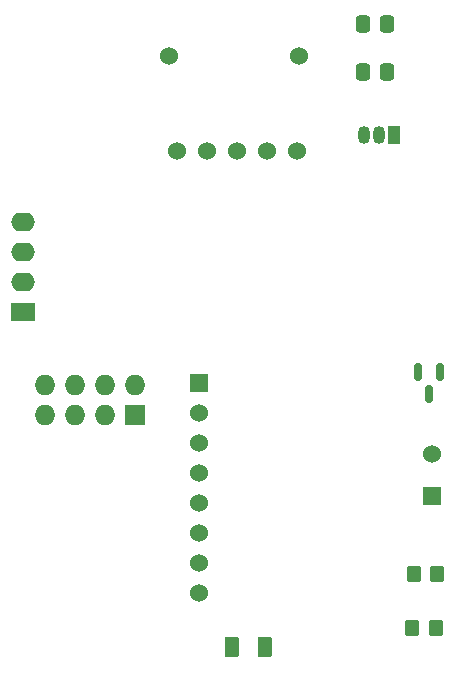
<source format=gbr>
%TF.GenerationSoftware,KiCad,Pcbnew,8.0.8-unknown-202501290020~8b811aa383~ubuntu24.04.1*%
%TF.CreationDate,2025-03-07T17:37:35-05:00*%
%TF.ProjectId,Acceleration Logger,41636365-6c65-4726-9174-696f6e204c6f,rev?*%
%TF.SameCoordinates,Original*%
%TF.FileFunction,Soldermask,Top*%
%TF.FilePolarity,Negative*%
%FSLAX46Y46*%
G04 Gerber Fmt 4.6, Leading zero omitted, Abs format (unit mm)*
G04 Created by KiCad (PCBNEW 8.0.8-unknown-202501290020~8b811aa383~ubuntu24.04.1) date 2025-03-07 17:37:35*
%MOMM*%
%LPD*%
G01*
G04 APERTURE LIST*
G04 Aperture macros list*
%AMRoundRect*
0 Rectangle with rounded corners*
0 $1 Rounding radius*
0 $2 $3 $4 $5 $6 $7 $8 $9 X,Y pos of 4 corners*
0 Add a 4 corners polygon primitive as box body*
4,1,4,$2,$3,$4,$5,$6,$7,$8,$9,$2,$3,0*
0 Add four circle primitives for the rounded corners*
1,1,$1+$1,$2,$3*
1,1,$1+$1,$4,$5*
1,1,$1+$1,$6,$7*
1,1,$1+$1,$8,$9*
0 Add four rect primitives between the rounded corners*
20,1,$1+$1,$2,$3,$4,$5,0*
20,1,$1+$1,$4,$5,$6,$7,0*
20,1,$1+$1,$6,$7,$8,$9,0*
20,1,$1+$1,$8,$9,$2,$3,0*%
G04 Aperture macros list end*
%ADD10C,1.524000*%
%ADD11RoundRect,0.250000X-0.350000X-0.450000X0.350000X-0.450000X0.350000X0.450000X-0.350000X0.450000X0*%
%ADD12RoundRect,0.250000X-0.337500X-0.475000X0.337500X-0.475000X0.337500X0.475000X-0.337500X0.475000X0*%
%ADD13R,2.000000X1.600000*%
%ADD14O,2.000000X1.600000*%
%ADD15R,1.524000X1.524000*%
%ADD16R,1.727200X1.727200*%
%ADD17O,1.727200X1.727200*%
%ADD18R,1.050000X1.500000*%
%ADD19O,1.050000X1.500000*%
%ADD20RoundRect,0.250000X0.375000X0.625000X-0.375000X0.625000X-0.375000X-0.625000X0.375000X-0.625000X0*%
%ADD21RoundRect,0.150000X-0.150000X0.587500X-0.150000X-0.587500X0.150000X-0.587500X0.150000X0.587500X0*%
G04 APERTURE END LIST*
D10*
%TO.C,J2*%
X136430000Y-82970000D03*
X138970000Y-82970000D03*
X141510000Y-82970000D03*
X144050000Y-82970000D03*
X146590000Y-82970000D03*
X146830000Y-74970000D03*
X135830000Y-74970000D03*
%TD*%
D11*
%TO.C,R2*%
X156500000Y-118840000D03*
X158500000Y-118840000D03*
%TD*%
D12*
%TO.C,C1*%
X152185000Y-72230000D03*
X154260000Y-72230000D03*
%TD*%
%TO.C,C2*%
X152185000Y-76330000D03*
X154260000Y-76330000D03*
%TD*%
D13*
%TO.C,DISP1*%
X123397500Y-96620000D03*
D14*
X123397500Y-94080000D03*
X123397500Y-91540000D03*
X123397500Y-89000000D03*
%TD*%
D11*
%TO.C,R1*%
X156360000Y-123390000D03*
X158360000Y-123390000D03*
%TD*%
D15*
%TO.C,U2*%
X138290000Y-102645000D03*
D10*
X138290000Y-105185000D03*
X138290000Y-107725000D03*
X138290000Y-110265000D03*
X138290000Y-112805000D03*
X138290000Y-115345000D03*
X138290000Y-117885000D03*
X138290000Y-120425000D03*
%TD*%
D16*
%TO.C,U1*%
X132890000Y-105340000D03*
D17*
X132890000Y-102800000D03*
X130350000Y-105340000D03*
X130350000Y-102800000D03*
X127810000Y-105340000D03*
X127810000Y-102800000D03*
X125270000Y-105340000D03*
X125270000Y-102800000D03*
%TD*%
D18*
%TO.C,U3*%
X154810000Y-81620000D03*
D19*
X153540000Y-81620000D03*
X152270000Y-81620000D03*
%TD*%
D20*
%TO.C,D1*%
X143880000Y-124950000D03*
X141080000Y-124950000D03*
%TD*%
D15*
%TO.C,J1*%
X158020000Y-112180000D03*
D10*
X158020000Y-108680000D03*
%TD*%
D21*
%TO.C,Q1*%
X158772500Y-101672500D03*
X156872500Y-101672500D03*
X157822500Y-103547500D03*
%TD*%
M02*

</source>
